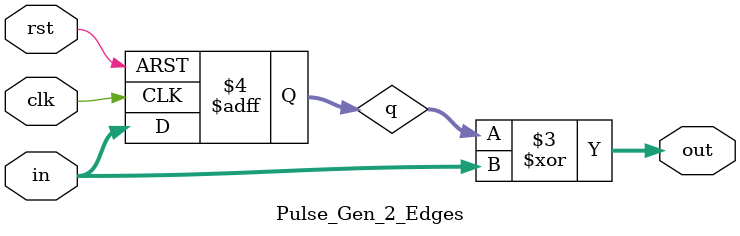
<source format=v>
module Pulse_Gen_2_Edges (clk,rst,in,out);
	
	parameter WIDTH=8;

	input clk,rst;
	input [WIDTH-1:0] in;
	output [WIDTH-1:0]out;

	reg [WIDTH-1:0] q;

	always @(posedge clk or negedge rst) begin
		if(!rst) begin
			q <= 0;
		end
		else begin
			q <= in;
		end
	end

	assign out = q ^ in;

endmodule
</source>
